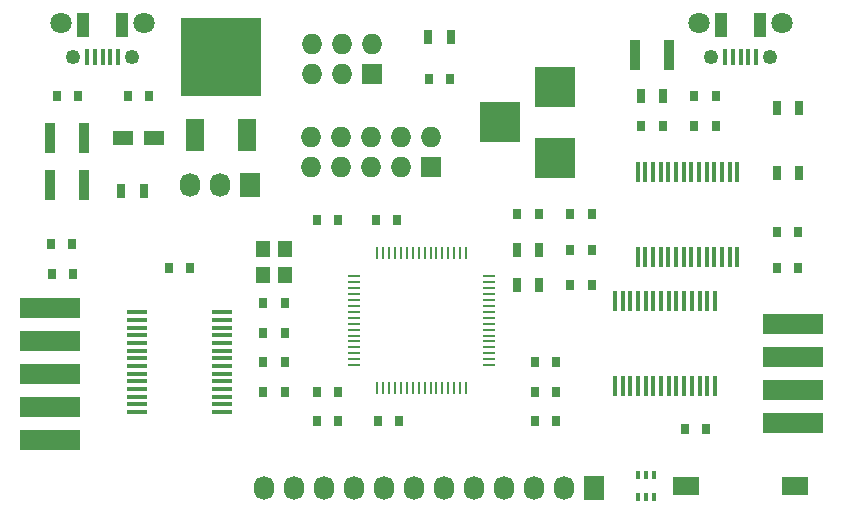
<source format=gts>
G04 #@! TF.FileFunction,Soldermask,Top*
%FSLAX46Y46*%
G04 Gerber Fmt 4.6, Leading zero omitted, Abs format (unit mm)*
G04 Created by KiCad (PCBNEW (2015-07-11 BZR 5925, Git c291b88)-product) date 9/9/2015 4:31:28 PM*
%MOMM*%
G01*
G04 APERTURE LIST*
%ADD10C,0.100000*%
%ADD11R,5.080000X1.778000*%
%ADD12R,0.800000X0.900000*%
%ADD13R,1.800000X1.230000*%
%ADD14R,0.900000X2.500000*%
%ADD15R,1.550000X2.780000*%
%ADD16R,6.740000X6.730000*%
%ADD17R,0.398780X0.749300*%
%ADD18R,3.500120X3.500120*%
%ADD19R,1.727200X1.727200*%
%ADD20O,1.727200X1.727200*%
%ADD21R,0.700000X1.300000*%
%ADD22R,1.727200X2.032000*%
%ADD23O,1.727200X2.032000*%
%ADD24C,1.800000*%
%ADD25R,0.400000X1.350000*%
%ADD26C,1.250000*%
%ADD27R,1.100000X2.100000*%
%ADD28R,0.250000X1.000000*%
%ADD29R,1.000000X0.250000*%
%ADD30R,0.450000X1.750000*%
%ADD31R,1.750000X0.450000*%
%ADD32R,1.200000X1.400000*%
%ADD33R,2.180000X1.600000*%
G04 APERTURE END LIST*
D10*
D11*
X105460000Y-146691000D03*
X105460000Y-143897000D03*
X105460000Y-141103000D03*
X105460000Y-138309000D03*
X42540000Y-139706000D03*
X42540000Y-142500000D03*
X42540000Y-145294000D03*
X42540000Y-148088000D03*
X42540000Y-136912000D03*
D12*
X43100000Y-119000000D03*
X44900000Y-119000000D03*
X97100000Y-119000000D03*
X98900000Y-119000000D03*
X98900000Y-121500000D03*
X97100000Y-121500000D03*
X62400000Y-136500000D03*
X60600000Y-136500000D03*
X62400000Y-139000000D03*
X60600000Y-139000000D03*
X42700000Y-134000000D03*
X44500000Y-134000000D03*
D13*
X48690000Y-122500000D03*
X51310000Y-122500000D03*
D12*
X50900000Y-119000000D03*
X49100000Y-119000000D03*
X98100000Y-147200000D03*
X96300000Y-147200000D03*
X70300000Y-146500000D03*
X72100000Y-146500000D03*
X94400000Y-121500000D03*
X92600000Y-121500000D03*
X83600000Y-141500000D03*
X85400000Y-141500000D03*
D14*
X45450000Y-122500000D03*
X42550000Y-122500000D03*
X92050000Y-115500000D03*
X94950000Y-115500000D03*
X42550000Y-126500000D03*
X45450000Y-126500000D03*
D12*
X85400000Y-144000000D03*
X83600000Y-144000000D03*
X85400000Y-146500000D03*
X83600000Y-146500000D03*
X83900000Y-129000000D03*
X82100000Y-129000000D03*
X86600000Y-129000000D03*
X88400000Y-129000000D03*
X105900000Y-130500000D03*
X104100000Y-130500000D03*
X105900000Y-133500000D03*
X104100000Y-133500000D03*
X42600000Y-131500000D03*
X44400000Y-131500000D03*
X86600000Y-135000000D03*
X88400000Y-135000000D03*
X86600000Y-132000000D03*
X88400000Y-132000000D03*
X76400000Y-117500000D03*
X74600000Y-117500000D03*
D15*
X59180000Y-122300000D03*
D16*
X57000000Y-115665000D03*
D15*
X54820000Y-122300000D03*
D17*
X93650240Y-151050040D03*
X93000000Y-151050040D03*
X92349760Y-151050040D03*
X92349760Y-152949960D03*
X93000000Y-152949960D03*
X93650240Y-152949960D03*
D18*
X85300000Y-124200140D03*
X85300000Y-118200660D03*
X80601000Y-121200400D03*
D19*
X74800000Y-125000000D03*
D20*
X74800000Y-122460000D03*
X72260000Y-125000000D03*
X72260000Y-122460000D03*
X69720000Y-125000000D03*
X69720000Y-122460000D03*
X67180000Y-125000000D03*
X67180000Y-122460000D03*
X64640000Y-125000000D03*
X64640000Y-122460000D03*
D19*
X69800000Y-117100000D03*
D20*
X69800000Y-114560000D03*
X67260000Y-117100000D03*
X67260000Y-114560000D03*
X64720000Y-117100000D03*
X64720000Y-114560000D03*
D21*
X104050000Y-125500000D03*
X105950000Y-125500000D03*
X104050000Y-120000000D03*
X105950000Y-120000000D03*
X82050000Y-135000000D03*
X83950000Y-135000000D03*
X82050000Y-132000000D03*
X83950000Y-132000000D03*
X76450000Y-114000000D03*
X74550000Y-114000000D03*
X50450000Y-127000000D03*
X48550000Y-127000000D03*
X94450000Y-119000000D03*
X92550000Y-119000000D03*
D22*
X59500000Y-126500000D03*
D23*
X56960000Y-126500000D03*
X54420000Y-126500000D03*
D24*
X50500900Y-112762540D03*
D25*
X48300900Y-115662540D03*
X47650900Y-115662540D03*
X47000900Y-115662540D03*
X46350900Y-115662540D03*
X45700900Y-115662540D03*
D26*
X49500900Y-115662540D03*
X44500900Y-115662540D03*
D24*
X43500900Y-112762540D03*
D27*
X48650000Y-112950000D03*
X45350000Y-112950000D03*
D24*
X104500900Y-112762540D03*
D25*
X102300900Y-115662540D03*
X101650900Y-115662540D03*
X101000900Y-115662540D03*
X100350900Y-115662540D03*
X99700900Y-115662540D03*
D26*
X103500900Y-115662540D03*
X98500900Y-115662540D03*
D24*
X97500900Y-112762540D03*
D27*
X102650000Y-112950000D03*
X99350000Y-112950000D03*
D22*
X88600000Y-152200000D03*
D23*
X86060000Y-152200000D03*
X83520000Y-152200000D03*
X80980000Y-152200000D03*
X78440000Y-152200000D03*
X75900000Y-152200000D03*
X73360000Y-152200000D03*
X70820000Y-152200000D03*
X68280000Y-152200000D03*
X65740000Y-152200000D03*
X63200000Y-152200000D03*
X60660000Y-152200000D03*
D12*
X66900000Y-144000000D03*
X65100000Y-144000000D03*
X66900000Y-129500000D03*
X65100000Y-129500000D03*
X62400000Y-141500000D03*
X60600000Y-141500000D03*
X66900000Y-146500000D03*
X65100000Y-146500000D03*
X60600000Y-144000000D03*
X62400000Y-144000000D03*
D28*
X77750000Y-132300000D03*
X77250000Y-132300000D03*
X76750000Y-132300000D03*
X76250000Y-132300000D03*
X75750000Y-132300000D03*
X75250000Y-132300000D03*
X74750000Y-132300000D03*
X74250000Y-132300000D03*
X73750000Y-132300000D03*
X73250000Y-132300000D03*
X72750000Y-132300000D03*
X72250000Y-132300000D03*
X71750000Y-132300000D03*
X71250000Y-132300000D03*
X70750000Y-132300000D03*
X70250000Y-132300000D03*
D29*
X68300000Y-134250000D03*
X68300000Y-134750000D03*
X68300000Y-135250000D03*
X68300000Y-135750000D03*
X68300000Y-136250000D03*
X68300000Y-136750000D03*
X68300000Y-137250000D03*
X68300000Y-137750000D03*
X68300000Y-138250000D03*
X68300000Y-138750000D03*
X68300000Y-139250000D03*
X68300000Y-139750000D03*
X68300000Y-140250000D03*
X68300000Y-140750000D03*
X68300000Y-141250000D03*
X68300000Y-141750000D03*
D28*
X70250000Y-143700000D03*
X70750000Y-143700000D03*
X71250000Y-143700000D03*
X71750000Y-143700000D03*
X72250000Y-143700000D03*
X72750000Y-143700000D03*
X73250000Y-143700000D03*
X73750000Y-143700000D03*
X74250000Y-143700000D03*
X74750000Y-143700000D03*
X75250000Y-143700000D03*
X75750000Y-143700000D03*
X76250000Y-143700000D03*
X76750000Y-143700000D03*
X77250000Y-143700000D03*
X77750000Y-143700000D03*
D29*
X79700000Y-141750000D03*
X79700000Y-141250000D03*
X79700000Y-140750000D03*
X79700000Y-140250000D03*
X79700000Y-139750000D03*
X79700000Y-139250000D03*
X79700000Y-138750000D03*
X79700000Y-138250000D03*
X79700000Y-137750000D03*
X79700000Y-137250000D03*
X79700000Y-136750000D03*
X79700000Y-136250000D03*
X79700000Y-135750000D03*
X79700000Y-135250000D03*
X79700000Y-134750000D03*
X79700000Y-134250000D03*
D30*
X92275000Y-132600000D03*
X92925000Y-132600000D03*
X93575000Y-132600000D03*
X94225000Y-132600000D03*
X94875000Y-132600000D03*
X95525000Y-132600000D03*
X96175000Y-132600000D03*
X96825000Y-132600000D03*
X97475000Y-132600000D03*
X98125000Y-132600000D03*
X98775000Y-132600000D03*
X99425000Y-132600000D03*
X100075000Y-132600000D03*
X100725000Y-132600000D03*
X100725000Y-125400000D03*
X100075000Y-125400000D03*
X99425000Y-125400000D03*
X98775000Y-125400000D03*
X98125000Y-125400000D03*
X97475000Y-125400000D03*
X96825000Y-125400000D03*
X96175000Y-125400000D03*
X95525000Y-125400000D03*
X94875000Y-125400000D03*
X94225000Y-125400000D03*
X93575000Y-125400000D03*
X92925000Y-125400000D03*
X92275000Y-125400000D03*
D31*
X49900000Y-137275000D03*
X49900000Y-137925000D03*
X49900000Y-138575000D03*
X49900000Y-139225000D03*
X49900000Y-139875000D03*
X49900000Y-140525000D03*
X49900000Y-141175000D03*
X49900000Y-141825000D03*
X49900000Y-142475000D03*
X49900000Y-143125000D03*
X49900000Y-143775000D03*
X49900000Y-144425000D03*
X49900000Y-145075000D03*
X49900000Y-145725000D03*
X57100000Y-145725000D03*
X57100000Y-145075000D03*
X57100000Y-144425000D03*
X57100000Y-143775000D03*
X57100000Y-143125000D03*
X57100000Y-142475000D03*
X57100000Y-141825000D03*
X57100000Y-141175000D03*
X57100000Y-140525000D03*
X57100000Y-139875000D03*
X57100000Y-139225000D03*
X57100000Y-138575000D03*
X57100000Y-137925000D03*
X57100000Y-137275000D03*
D30*
X98825000Y-136300000D03*
X98175000Y-136300000D03*
X97525000Y-136300000D03*
X96875000Y-136300000D03*
X96225000Y-136300000D03*
X95575000Y-136300000D03*
X94925000Y-136300000D03*
X94275000Y-136300000D03*
X93625000Y-136300000D03*
X92975000Y-136300000D03*
X92325000Y-136300000D03*
X91675000Y-136300000D03*
X91025000Y-136300000D03*
X90375000Y-136300000D03*
X90375000Y-143500000D03*
X91025000Y-143500000D03*
X91675000Y-143500000D03*
X92325000Y-143500000D03*
X92975000Y-143500000D03*
X93625000Y-143500000D03*
X94275000Y-143500000D03*
X94925000Y-143500000D03*
X95575000Y-143500000D03*
X96225000Y-143500000D03*
X96875000Y-143500000D03*
X97525000Y-143500000D03*
X98175000Y-143500000D03*
X98825000Y-143500000D03*
D32*
X62400000Y-134100000D03*
X62400000Y-131900000D03*
X60600000Y-131900000D03*
X60600000Y-134100000D03*
D33*
X96397570Y-151997680D03*
X105602430Y-152002320D03*
D12*
X71900000Y-129500000D03*
X70100000Y-129500000D03*
X54400000Y-133500000D03*
X52600000Y-133500000D03*
M02*

</source>
